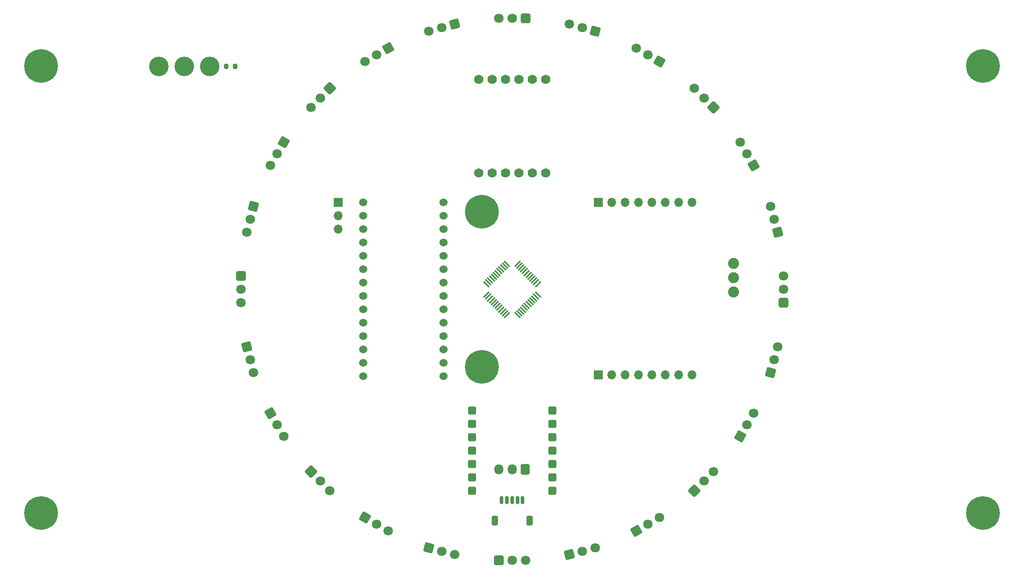
<source format=gbs>
G04 #@! TF.GenerationSoftware,KiCad,Pcbnew,7.0.9*
G04 #@! TF.CreationDate,2024-02-22T22:00:58+08:00*
G04 #@! TF.ProjectId,layer3,6c617965-7233-42e6-9b69-6361645f7063,0.1*
G04 #@! TF.SameCoordinates,Original*
G04 #@! TF.FileFunction,Soldermask,Bot*
G04 #@! TF.FilePolarity,Negative*
%FSLAX46Y46*%
G04 Gerber Fmt 4.6, Leading zero omitted, Abs format (unit mm)*
G04 Created by KiCad (PCBNEW 7.0.9) date 2024-02-22 22:00:58*
%MOMM*%
%LPD*%
G01*
G04 APERTURE LIST*
G04 Aperture macros list*
%AMRoundRect*
0 Rectangle with rounded corners*
0 $1 Rounding radius*
0 $2 $3 $4 $5 $6 $7 $8 $9 X,Y pos of 4 corners*
0 Add a 4 corners polygon primitive as box body*
4,1,4,$2,$3,$4,$5,$6,$7,$8,$9,$2,$3,0*
0 Add four circle primitives for the rounded corners*
1,1,$1+$1,$2,$3*
1,1,$1+$1,$4,$5*
1,1,$1+$1,$6,$7*
1,1,$1+$1,$8,$9*
0 Add four rect primitives between the rounded corners*
20,1,$1+$1,$2,$3,$4,$5,0*
20,1,$1+$1,$4,$5,$6,$7,0*
20,1,$1+$1,$6,$7,$8,$9,0*
20,1,$1+$1,$8,$9,$2,$3,0*%
G04 Aperture macros list end*
%ADD10RoundRect,0.250200X0.887643X0.237843X-0.237843X0.887643X-0.887643X-0.237843X0.237843X-0.887643X0*%
%ADD11C,1.800000*%
%ADD12RoundRect,0.250200X0.649800X-0.649800X0.649800X0.649800X-0.649800X0.649800X-0.649800X-0.649800X0*%
%ADD13R,1.700000X1.700000*%
%ADD14O,1.700000X1.700000*%
%ADD15C,6.400000*%
%ADD16RoundRect,0.250200X-0.795839X0.459478X-0.459478X-0.795839X0.795839X-0.459478X0.459478X0.795839X0*%
%ADD17RoundRect,0.250200X0.887643X-0.237843X0.237843X0.887643X-0.887643X0.237843X-0.237843X-0.887643X0*%
%ADD18RoundRect,0.150000X-0.600000X-0.600000X0.600000X-0.600000X0.600000X0.600000X-0.600000X0.600000X0*%
%ADD19RoundRect,0.150000X0.600000X0.600000X-0.600000X0.600000X-0.600000X-0.600000X0.600000X-0.600000X0*%
%ADD20C,2.082800*%
%ADD21RoundRect,0.250200X0.459478X-0.795839X0.795839X0.459478X-0.459478X0.795839X-0.795839X-0.459478X0*%
%ADD22RoundRect,0.250200X-0.237843X0.887643X-0.887643X-0.237843X0.237843X-0.887643X0.887643X0.237843X0*%
%ADD23RoundRect,0.250200X0.795839X0.459478X-0.459478X0.795839X-0.795839X-0.459478X0.459478X-0.795839X0*%
%ADD24C,1.530000*%
%ADD25RoundRect,0.250200X-0.649800X0.649800X-0.649800X-0.649800X0.649800X-0.649800X0.649800X0.649800X0*%
%ADD26RoundRect,0.250200X0.000000X-0.918956X0.918956X0.000000X0.000000X0.918956X-0.918956X0.000000X0*%
%ADD27RoundRect,0.250200X0.649800X0.649800X-0.649800X0.649800X-0.649800X-0.649800X0.649800X-0.649800X0*%
%ADD28C,1.778000*%
%ADD29RoundRect,0.250200X-0.237843X-0.887643X0.887643X-0.237843X0.237843X0.887643X-0.887643X0.237843X0*%
%ADD30RoundRect,0.250200X-0.887643X-0.237843X0.237843X-0.887643X0.887643X0.237843X-0.237843X0.887643X0*%
%ADD31RoundRect,0.250200X0.237843X-0.887643X0.887643X0.237843X-0.237843X0.887643X-0.887643X-0.237843X0*%
%ADD32RoundRect,0.250200X0.459478X0.795839X-0.795839X0.459478X-0.459478X-0.795839X0.795839X-0.459478X0*%
%ADD33RoundRect,0.250200X-0.459478X-0.795839X0.795839X-0.459478X0.459478X0.795839X-0.795839X0.459478X0*%
%ADD34RoundRect,0.250200X-0.887643X0.237843X-0.237843X-0.887643X0.887643X-0.237843X0.237843X0.887643X0*%
%ADD35RoundRect,0.250200X0.000000X0.918956X-0.918956X0.000000X0.000000X-0.918956X0.918956X0.000000X0*%
%ADD36RoundRect,0.250200X0.918956X0.000000X0.000000X0.918956X-0.918956X0.000000X0.000000X-0.918956X0*%
%ADD37RoundRect,0.250200X-0.795839X-0.459478X0.459478X-0.795839X0.795839X0.459478X-0.459478X0.795839X0*%
%ADD38C,3.703200*%
%ADD39C,0.800000*%
%ADD40RoundRect,0.250200X0.237843X0.887643X-0.887643X0.237843X-0.237843X-0.887643X0.887643X-0.237843X0*%
%ADD41RoundRect,0.250200X-0.459478X0.795839X-0.795839X-0.459478X0.459478X-0.795839X0.795839X0.459478X0*%
%ADD42RoundRect,0.250200X-0.649800X-0.649800X0.649800X-0.649800X0.649800X0.649800X-0.649800X0.649800X0*%
%ADD43RoundRect,0.250200X-0.918956X0.000000X0.000000X-0.918956X0.918956X0.000000X0.000000X0.918956X0*%
%ADD44RoundRect,0.250200X0.795839X-0.459478X0.459478X0.795839X-0.795839X0.459478X-0.459478X-0.795839X0*%
%ADD45RoundRect,0.200000X0.200000X0.275000X-0.200000X0.275000X-0.200000X-0.275000X0.200000X-0.275000X0*%
%ADD46RoundRect,0.150000X0.150000X0.625000X-0.150000X0.625000X-0.150000X-0.625000X0.150000X-0.625000X0*%
%ADD47RoundRect,0.250000X0.350000X0.650000X-0.350000X0.650000X-0.350000X-0.650000X0.350000X-0.650000X0*%
%ADD48RoundRect,0.075000X-0.521491X0.415425X0.415425X-0.521491X0.521491X-0.415425X-0.415425X0.521491X0*%
%ADD49RoundRect,0.075000X-0.521491X-0.415425X-0.415425X-0.521491X0.521491X0.415425X0.415425X0.521491X0*%
%ADD50RoundRect,0.250000X0.600000X0.725000X-0.600000X0.725000X-0.600000X-0.725000X0.600000X-0.725000X0*%
%ADD51O,1.700000X1.950000*%
G04 APERTURE END LIST*
D10*
X132937205Y-61691342D03*
D11*
X130737500Y-60421342D03*
X128537795Y-59151342D03*
D12*
X156475000Y-107540000D03*
D11*
X156475000Y-105000000D03*
X156475000Y-102460000D03*
D13*
X72000000Y-88475000D03*
D14*
X72000000Y-91015000D03*
X72000000Y-93555000D03*
D15*
X194350700Y-62573168D03*
D16*
X54621568Y-115869258D03*
D11*
X55278968Y-118322710D03*
X55936368Y-120776162D03*
D15*
X15649300Y-147426832D03*
D17*
X150848658Y-81462205D03*
D11*
X149578658Y-79262500D03*
X148308658Y-77062795D03*
D18*
X112620000Y-143240000D03*
X112620000Y-140700000D03*
X112620000Y-138160000D03*
X112620000Y-135620000D03*
X112620000Y-133080000D03*
X112620000Y-130540000D03*
X112620000Y-128000000D03*
D19*
X97380000Y-128000000D03*
X97380000Y-130540000D03*
X97380000Y-133080000D03*
X97380000Y-135620000D03*
X97380000Y-138160000D03*
X97380000Y-140700000D03*
X97380000Y-143240000D03*
D20*
X147000000Y-100037919D03*
X147000000Y-102755719D03*
X147000000Y-105473519D03*
D21*
X154063632Y-120776162D03*
D11*
X154721032Y-118322710D03*
X155378432Y-115869258D03*
D22*
X61691342Y-77062795D03*
D11*
X60421342Y-79262500D03*
X59151342Y-81462205D03*
D23*
X120776162Y-55936368D03*
D11*
X118322710Y-55278968D03*
X115869258Y-54621568D03*
D24*
X76760000Y-91030000D03*
X76760000Y-93570000D03*
X76760000Y-96110000D03*
X76760000Y-98650000D03*
X92000000Y-93570000D03*
X76760000Y-101190000D03*
X76760000Y-103730000D03*
X76760000Y-106270000D03*
X76760000Y-108810000D03*
X76760000Y-111350000D03*
X76760000Y-113890000D03*
X76760000Y-116430000D03*
X76760000Y-118970000D03*
X76760000Y-121510000D03*
X92000000Y-121510000D03*
X92000000Y-118970000D03*
X92000000Y-116430000D03*
X92000000Y-113890000D03*
X92000000Y-111350000D03*
X92000000Y-108810000D03*
X92000000Y-106270000D03*
X92000000Y-103730000D03*
X92000000Y-101190000D03*
X92000000Y-98650000D03*
X92000000Y-96110000D03*
X76760000Y-88490000D03*
X92000000Y-91030000D03*
X92000000Y-88490000D03*
D15*
X194350700Y-147426832D03*
D25*
X53525000Y-102460000D03*
D11*
X53525000Y-105000000D03*
X53525000Y-107540000D03*
D26*
X139602271Y-143194373D03*
D11*
X141398322Y-141398322D03*
X143194373Y-139602271D03*
D15*
X15649300Y-62573168D03*
D27*
X107540000Y-53525000D03*
D11*
X105000000Y-53525000D03*
X102460000Y-53525000D03*
D28*
X98650000Y-82890000D03*
X101190000Y-82890000D03*
X103730000Y-82890000D03*
X106270000Y-82890000D03*
X108810000Y-82890000D03*
X111350000Y-82890000D03*
X98650000Y-65110000D03*
X101190000Y-65110000D03*
X103730000Y-65110000D03*
X106270000Y-65110000D03*
X108810000Y-65110000D03*
X111350000Y-65110000D03*
D29*
X128537795Y-150848658D03*
D11*
X130737500Y-149578658D03*
X132937205Y-148308658D03*
D30*
X77062795Y-148308658D03*
D11*
X79262500Y-149578658D03*
X81462205Y-150848658D03*
D31*
X148308658Y-132937205D03*
D11*
X149578658Y-130737500D03*
X150848658Y-128537795D03*
D32*
X94130742Y-54621568D03*
D11*
X91677290Y-55278968D03*
X89223838Y-55936368D03*
D33*
X115869258Y-155378432D03*
D11*
X118322710Y-154721032D03*
X120776162Y-154063632D03*
D34*
X59151342Y-128537795D03*
D11*
X60421342Y-130737500D03*
X61691342Y-132937205D03*
D35*
X70397729Y-66805627D03*
D11*
X68601678Y-68601678D03*
X66805627Y-70397729D03*
D36*
X143194373Y-70397729D03*
D11*
X141398322Y-68601678D03*
X139602271Y-66805627D03*
D37*
X89223838Y-154063632D03*
D11*
X91677290Y-154721032D03*
X94130742Y-155378432D03*
D38*
X47600000Y-62600000D03*
X42800000Y-62600000D03*
X38000000Y-62600000D03*
D39*
X99285000Y-122132000D03*
X97587944Y-121429056D03*
X100982056Y-121429056D03*
X96885000Y-119732000D03*
D15*
X99285000Y-119732000D03*
D39*
X101685000Y-119732000D03*
X97587944Y-118034944D03*
X100982056Y-118034944D03*
X99285000Y-117332000D03*
X99285000Y-92668000D03*
X97587944Y-91965056D03*
X100982056Y-91965056D03*
X96885000Y-90268000D03*
D15*
X99285000Y-90268000D03*
D39*
X101685000Y-90268000D03*
X97587944Y-88570944D03*
X100982056Y-88570944D03*
X99285000Y-87868000D03*
D13*
X121383000Y-121256000D03*
D14*
X123923000Y-121256000D03*
X126463000Y-121256000D03*
X129003000Y-121256000D03*
X131543000Y-121256000D03*
X134083000Y-121256000D03*
X136623000Y-121256000D03*
X139163000Y-121256000D03*
X139163000Y-88490000D03*
X136623000Y-88490000D03*
X134083000Y-88490000D03*
X131543000Y-88490000D03*
X129003000Y-88490000D03*
X126463000Y-88490000D03*
X123923000Y-88490000D03*
D13*
X121383000Y-88490000D03*
D40*
X81462205Y-59151342D03*
D11*
X79262500Y-60421342D03*
X77062795Y-61691342D03*
D41*
X55936368Y-89223838D03*
D11*
X55278968Y-91677290D03*
X54621568Y-94130742D03*
D42*
X102460000Y-156475000D03*
D11*
X105000000Y-156475000D03*
X107540000Y-156475000D03*
D43*
X66805627Y-139602271D03*
D11*
X68601678Y-141398322D03*
X70397729Y-143194373D03*
D44*
X155378432Y-94130742D03*
D11*
X154721032Y-91677290D03*
X154063632Y-89223838D03*
D45*
X52425000Y-62600000D03*
X50775000Y-62600000D03*
D46*
X107000000Y-145000000D03*
X106000000Y-145000000D03*
X105000000Y-145000000D03*
X104000000Y-145000000D03*
X103000000Y-145000000D03*
D47*
X108300000Y-148875000D03*
X101700000Y-148875000D03*
D48*
X100112124Y-104001212D03*
X100465678Y-103647658D03*
X100819231Y-103294105D03*
X101172785Y-102940551D03*
X101526338Y-102586998D03*
X101879891Y-102233445D03*
X102233445Y-101879891D03*
X102586998Y-101526338D03*
X102940551Y-101172785D03*
X103294105Y-100819231D03*
X103647658Y-100465678D03*
X104001212Y-100112124D03*
D49*
X105998788Y-100112124D03*
X106352342Y-100465678D03*
X106705895Y-100819231D03*
X107059449Y-101172785D03*
X107413002Y-101526338D03*
X107766555Y-101879891D03*
X108120109Y-102233445D03*
X108473662Y-102586998D03*
X108827215Y-102940551D03*
X109180769Y-103294105D03*
X109534322Y-103647658D03*
X109887876Y-104001212D03*
D48*
X109887876Y-105998788D03*
X109534322Y-106352342D03*
X109180769Y-106705895D03*
X108827215Y-107059449D03*
X108473662Y-107413002D03*
X108120109Y-107766555D03*
X107766555Y-108120109D03*
X107413002Y-108473662D03*
X107059449Y-108827215D03*
X106705895Y-109180769D03*
X106352342Y-109534322D03*
X105998788Y-109887876D03*
D49*
X104001212Y-109887876D03*
X103647658Y-109534322D03*
X103294105Y-109180769D03*
X102940551Y-108827215D03*
X102586998Y-108473662D03*
X102233445Y-108120109D03*
X101879891Y-107766555D03*
X101526338Y-107413002D03*
X101172785Y-107059449D03*
X100819231Y-106705895D03*
X100465678Y-106352342D03*
X100112124Y-105998788D03*
D50*
X107500000Y-139200000D03*
D51*
X105000000Y-139200000D03*
X102500000Y-139200000D03*
M02*

</source>
